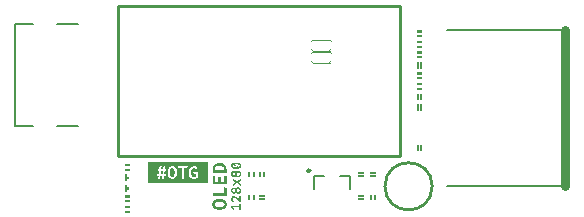
<source format=gto>
G04*
G04 #@! TF.GenerationSoftware,Altium Limited,Altium Designer,22.2.1 (43)*
G04*
G04 Layer_Color=65535*
%FSLAX25Y25*%
%MOIN*%
G70*
G04*
G04 #@! TF.SameCoordinates,5BB0EFD5-3206-4E1C-A6FC-55E40B3CF44B*
G04*
G04*
G04 #@! TF.FilePolarity,Positive*
G04*
G01*
G75*
%ADD10C,0.01000*%
%ADD11C,0.00984*%
%ADD12C,0.00400*%
%ADD13C,0.00100*%
%ADD14C,0.03000*%
%ADD15C,0.00787*%
%ADD16C,0.00800*%
G36*
X126150Y25600D02*
X124850D01*
Y25950D01*
X126150D01*
Y25600D01*
D02*
G37*
G36*
Y24050D02*
X124850D01*
X124850Y24400D01*
X126150D01*
X126150Y24050D01*
D02*
G37*
G36*
Y22100D02*
X124850D01*
Y22450D01*
X126150D01*
Y22100D01*
D02*
G37*
G36*
Y20550D02*
X124850D01*
X124850Y20900D01*
X126150D01*
X126150Y20550D01*
D02*
G37*
G36*
Y18600D02*
X124850D01*
Y18950D01*
X126150D01*
Y18600D01*
D02*
G37*
G36*
Y17050D02*
X124850D01*
X124850Y17400D01*
X126150D01*
X126150Y17050D01*
D02*
G37*
G36*
Y13600D02*
X125800D01*
Y15400D01*
X126150D01*
Y13600D01*
D02*
G37*
G36*
X125200D02*
X124850D01*
Y15400D01*
X125200D01*
Y13600D01*
D02*
G37*
G36*
X126150Y11600D02*
X124850D01*
Y11950D01*
X126150D01*
Y11600D01*
D02*
G37*
G36*
Y10050D02*
X124850D01*
X124850Y10400D01*
X126150D01*
X126150Y10050D01*
D02*
G37*
G36*
Y8100D02*
X124850D01*
Y8450D01*
X126150D01*
Y8100D01*
D02*
G37*
G36*
Y6550D02*
X124850D01*
X124850Y6900D01*
X126150D01*
X126150Y6550D01*
D02*
G37*
G36*
Y3100D02*
X125800D01*
Y4900D01*
X126150D01*
Y3100D01*
D02*
G37*
G36*
X125200D02*
X124850D01*
Y4900D01*
X125200D01*
Y3100D01*
D02*
G37*
G36*
X126150Y-400D02*
X125800D01*
Y1400D01*
X126150D01*
Y-400D01*
D02*
G37*
G36*
X125200D02*
X124850D01*
Y1400D01*
X125200D01*
Y-400D01*
D02*
G37*
G36*
X126150Y-13900D02*
X125800D01*
Y-12100D01*
X126150D01*
Y-13900D01*
D02*
G37*
G36*
X125200D02*
X124850D01*
Y-12100D01*
X125200D01*
Y-13900D01*
D02*
G37*
G36*
X28650Y-18900D02*
X27350D01*
Y-18550D01*
X28650D01*
Y-18900D01*
D02*
G37*
G36*
Y-20450D02*
X27350D01*
X27350Y-20100D01*
X28650D01*
X28650Y-20450D01*
D02*
G37*
G36*
X110900Y-21700D02*
X109100D01*
Y-21350D01*
X110900D01*
Y-21700D01*
D02*
G37*
G36*
X106900D02*
X105100D01*
Y-21350D01*
X106900D01*
Y-21700D01*
D02*
G37*
G36*
X110900Y-22650D02*
X109100D01*
Y-22300D01*
X110900D01*
Y-22650D01*
D02*
G37*
G36*
X106900D02*
X105100D01*
Y-22300D01*
X106900D01*
Y-22650D01*
D02*
G37*
G36*
X73950D02*
X73600D01*
Y-21350D01*
X73950D01*
Y-22650D01*
D02*
G37*
G36*
X72400Y-21350D02*
Y-22650D01*
X72050Y-22650D01*
Y-21350D01*
X72400Y-21350D01*
D02*
G37*
G36*
X70450Y-22650D02*
X70100D01*
Y-21350D01*
X70450D01*
Y-22650D01*
D02*
G37*
G36*
X68900Y-21350D02*
Y-22650D01*
X68550Y-22650D01*
Y-21350D01*
X68900Y-21350D01*
D02*
G37*
G36*
X27850Y-22750D02*
X28550D01*
Y-23250D01*
X27850D01*
Y-24050D01*
X27450D01*
Y-21950D01*
X27850D01*
Y-22750D01*
D02*
G37*
G36*
Y-26250D02*
X28550D01*
Y-26750D01*
X27850D01*
Y-27550D01*
X27450D01*
Y-25450D01*
X27850D01*
Y-26250D01*
D02*
G37*
G36*
X106900Y-29200D02*
X105100D01*
Y-28850D01*
X106900D01*
Y-29200D01*
D02*
G37*
G36*
X73900D02*
X72100D01*
Y-28850D01*
X73900D01*
Y-29200D01*
D02*
G37*
G36*
X28650Y-29400D02*
X27350D01*
Y-29050D01*
X28650D01*
Y-29400D01*
D02*
G37*
G36*
X110950Y-30150D02*
X110600Y-30150D01*
Y-28850D01*
X110950Y-28850D01*
Y-30150D01*
D02*
G37*
G36*
X109400D02*
X109050D01*
Y-28850D01*
X109400D01*
Y-30150D01*
D02*
G37*
G36*
X106900D02*
X105100D01*
Y-29800D01*
X106900D01*
Y-30150D01*
D02*
G37*
G36*
X73900D02*
X72100D01*
Y-29800D01*
X73900D01*
Y-30150D01*
D02*
G37*
G36*
X70450D02*
X70100Y-30150D01*
Y-28850D01*
X70450Y-28850D01*
Y-30150D01*
D02*
G37*
G36*
X68900D02*
X68550D01*
Y-28850D01*
X68900D01*
Y-30150D01*
D02*
G37*
G36*
X28650Y-30950D02*
X27350D01*
X27350Y-30600D01*
X28650D01*
X28650Y-30950D01*
D02*
G37*
G36*
X28650Y-32900D02*
X27350D01*
X27350Y-32550D01*
X28650D01*
X28650Y-32900D01*
D02*
G37*
G36*
X28650Y-34450D02*
X27350D01*
Y-34100D01*
X28650D01*
Y-34450D01*
D02*
G37*
G36*
X59100Y-18234D02*
X59189D01*
X59292Y-18248D01*
X59418Y-18256D01*
X59551Y-18278D01*
X59699Y-18300D01*
X59847Y-18337D01*
X60003Y-18374D01*
X60151Y-18426D01*
X60306Y-18485D01*
X60447Y-18559D01*
X60580Y-18641D01*
X60706Y-18737D01*
X60809Y-18848D01*
X60817Y-18855D01*
X60831Y-18878D01*
X60854Y-18907D01*
X60891Y-18959D01*
X60928Y-19018D01*
X60972Y-19092D01*
X61016Y-19173D01*
X61061Y-19270D01*
X61113Y-19381D01*
X61157Y-19492D01*
X61202Y-19625D01*
X61238Y-19758D01*
X61276Y-19906D01*
X61298Y-20062D01*
X61313Y-20224D01*
X61320Y-20394D01*
Y-21564D01*
X56687D01*
Y-20365D01*
X56695Y-20298D01*
X56702Y-20210D01*
X56717Y-20113D01*
X56732Y-20002D01*
X56747Y-19884D01*
X56806Y-19625D01*
X56850Y-19492D01*
X56895Y-19358D01*
X56954Y-19225D01*
X57020Y-19092D01*
X57095Y-18966D01*
X57183Y-18848D01*
X57191Y-18841D01*
X57205Y-18818D01*
X57235Y-18789D01*
X57279Y-18752D01*
X57339Y-18700D01*
X57405Y-18648D01*
X57494Y-18596D01*
X57590Y-18537D01*
X57701Y-18478D01*
X57835Y-18426D01*
X57982Y-18367D01*
X58145Y-18323D01*
X58323Y-18285D01*
X58523Y-18256D01*
X58737Y-18234D01*
X58974Y-18226D01*
X58989D01*
X59033D01*
X59100Y-18234D01*
D02*
G37*
G36*
X61320Y-25293D02*
X56687D01*
Y-22444D01*
X57390Y-22540D01*
Y-24398D01*
X58626D01*
Y-22770D01*
X59315D01*
Y-24398D01*
X60624D01*
Y-22407D01*
X61320D01*
Y-25293D01*
D02*
G37*
G36*
Y-26433D02*
Y-29252D01*
X56687D01*
Y-28364D01*
X60565D01*
Y-26337D01*
X61320Y-26433D01*
D02*
G37*
G36*
X59181Y-30237D02*
X59277Y-30244D01*
X59381Y-30251D01*
X59500Y-30266D01*
X59633Y-30288D01*
X59766Y-30310D01*
X59907Y-30340D01*
X60054Y-30377D01*
X60202Y-30422D01*
X60343Y-30473D01*
X60484Y-30540D01*
X60624Y-30606D01*
X60750Y-30688D01*
X60757Y-30695D01*
X60780Y-30710D01*
X60809Y-30732D01*
X60854Y-30769D01*
X60898Y-30821D01*
X60957Y-30880D01*
X61016Y-30947D01*
X61076Y-31028D01*
X61135Y-31117D01*
X61194Y-31213D01*
X61253Y-31324D01*
X61298Y-31443D01*
X61342Y-31569D01*
X61372Y-31709D01*
X61394Y-31857D01*
X61401Y-32013D01*
Y-32050D01*
X61394Y-32094D01*
Y-32153D01*
X61379Y-32227D01*
X61364Y-32309D01*
X61349Y-32397D01*
X61320Y-32501D01*
X61283Y-32605D01*
X61246Y-32708D01*
X61194Y-32819D01*
X61128Y-32930D01*
X61054Y-33041D01*
X60972Y-33145D01*
X60869Y-33241D01*
X60757Y-33330D01*
X60750Y-33337D01*
X60728Y-33352D01*
X60691Y-33374D01*
X60639Y-33404D01*
X60572Y-33433D01*
X60498Y-33478D01*
X60402Y-33515D01*
X60299Y-33559D01*
X60180Y-33604D01*
X60047Y-33641D01*
X59907Y-33685D01*
X59751Y-33715D01*
X59581Y-33744D01*
X59403Y-33766D01*
X59211Y-33781D01*
X59011Y-33788D01*
X58996D01*
X58959D01*
X58908D01*
X58833Y-33781D01*
X58737Y-33774D01*
X58634Y-33766D01*
X58515Y-33751D01*
X58382Y-33729D01*
X58249Y-33707D01*
X58108Y-33678D01*
X57960Y-33641D01*
X57812Y-33596D01*
X57672Y-33544D01*
X57531Y-33485D01*
X57390Y-33419D01*
X57265Y-33337D01*
X57257Y-33330D01*
X57235Y-33315D01*
X57205Y-33285D01*
X57161Y-33248D01*
X57109Y-33204D01*
X57050Y-33145D01*
X56991Y-33078D01*
X56932Y-32997D01*
X56872Y-32908D01*
X56806Y-32812D01*
X56754Y-32701D01*
X56702Y-32582D01*
X56658Y-32456D01*
X56628Y-32316D01*
X56606Y-32168D01*
X56599Y-32013D01*
Y-31975D01*
X56606Y-31931D01*
Y-31872D01*
X56621Y-31798D01*
X56636Y-31716D01*
X56651Y-31620D01*
X56680Y-31524D01*
X56717Y-31420D01*
X56754Y-31310D01*
X56813Y-31198D01*
X56872Y-31087D01*
X56946Y-30984D01*
X57035Y-30873D01*
X57131Y-30777D01*
X57250Y-30688D01*
X57257Y-30681D01*
X57279Y-30666D01*
X57316Y-30643D01*
X57368Y-30614D01*
X57435Y-30584D01*
X57516Y-30540D01*
X57605Y-30503D01*
X57716Y-30459D01*
X57835Y-30414D01*
X57968Y-30377D01*
X58108Y-30333D01*
X58264Y-30303D01*
X58434Y-30274D01*
X58612Y-30251D01*
X58804Y-30237D01*
X59004Y-30229D01*
X59018D01*
X59048D01*
X59107D01*
X59181Y-30237D01*
D02*
G37*
G36*
X64630Y-18060D02*
X64696Y-18065D01*
X64767Y-18070D01*
X64854Y-18080D01*
X64945Y-18090D01*
X65144Y-18121D01*
X65347Y-18172D01*
X65444Y-18202D01*
X65541Y-18243D01*
X65632Y-18283D01*
X65719Y-18335D01*
X65724Y-18339D01*
X65739Y-18350D01*
X65760Y-18365D01*
X65785Y-18385D01*
X65821Y-18416D01*
X65856Y-18451D01*
X65897Y-18492D01*
X65933Y-18543D01*
X65974Y-18599D01*
X66014Y-18660D01*
X66050Y-18726D01*
X66085Y-18803D01*
X66111Y-18879D01*
X66131Y-18966D01*
X66147Y-19062D01*
X66152Y-19159D01*
Y-19184D01*
X66147Y-19210D01*
Y-19246D01*
X66136Y-19291D01*
X66126Y-19342D01*
X66116Y-19403D01*
X66096Y-19464D01*
X66075Y-19531D01*
X66045Y-19597D01*
X66009Y-19663D01*
X65968Y-19734D01*
X65918Y-19800D01*
X65862Y-19861D01*
X65795Y-19922D01*
X65719Y-19978D01*
X65714Y-19984D01*
X65699Y-19989D01*
X65673Y-20004D01*
X65638Y-20024D01*
X65597Y-20045D01*
X65541Y-20065D01*
X65475Y-20090D01*
X65403Y-20116D01*
X65322Y-20146D01*
X65230Y-20172D01*
X65129Y-20192D01*
X65022Y-20213D01*
X64905Y-20233D01*
X64777Y-20248D01*
X64640Y-20253D01*
X64497Y-20258D01*
X64487D01*
X64462D01*
X64421D01*
X64365Y-20253D01*
X64299Y-20248D01*
X64223Y-20243D01*
X64141Y-20233D01*
X64050Y-20223D01*
X63856Y-20192D01*
X63652Y-20141D01*
X63551Y-20106D01*
X63454Y-20070D01*
X63362Y-20029D01*
X63281Y-19978D01*
X63276Y-19973D01*
X63261Y-19963D01*
X63240Y-19948D01*
X63215Y-19928D01*
X63179Y-19897D01*
X63143Y-19861D01*
X63103Y-19821D01*
X63062Y-19770D01*
X63026Y-19714D01*
X62986Y-19653D01*
X62950Y-19587D01*
X62914Y-19515D01*
X62889Y-19434D01*
X62869Y-19347D01*
X62853Y-19256D01*
X62848Y-19159D01*
Y-19134D01*
X62853Y-19108D01*
Y-19067D01*
X62863Y-19022D01*
X62869Y-18971D01*
X62884Y-18915D01*
X62904Y-18854D01*
X62925Y-18788D01*
X62955Y-18716D01*
X62991Y-18650D01*
X63032Y-18579D01*
X63082Y-18513D01*
X63138Y-18451D01*
X63205Y-18390D01*
X63281Y-18335D01*
X63286Y-18329D01*
X63301Y-18324D01*
X63327Y-18309D01*
X63362Y-18289D01*
X63403Y-18268D01*
X63459Y-18248D01*
X63520Y-18223D01*
X63591Y-18192D01*
X63673Y-18167D01*
X63765Y-18141D01*
X63866Y-18121D01*
X63973Y-18100D01*
X64090Y-18080D01*
X64218Y-18065D01*
X64355Y-18060D01*
X64497Y-18055D01*
X64508D01*
X64533D01*
X64574D01*
X64630Y-18060D01*
D02*
G37*
G36*
X65312Y-20778D02*
X65373Y-20788D01*
X65449Y-20808D01*
X65531Y-20834D01*
X65617Y-20869D01*
X65699Y-20915D01*
X65709Y-20920D01*
X65734Y-20941D01*
X65775Y-20971D01*
X65821Y-21017D01*
X65877Y-21073D01*
X65933Y-21139D01*
X65984Y-21220D01*
X66035Y-21312D01*
Y-21317D01*
X66040Y-21322D01*
X66045Y-21338D01*
X66055Y-21358D01*
X66070Y-21414D01*
X66091Y-21485D01*
X66116Y-21572D01*
X66131Y-21679D01*
X66147Y-21791D01*
X66152Y-21918D01*
Y-21979D01*
X66147Y-22009D01*
Y-22045D01*
X66136Y-22127D01*
X66121Y-22223D01*
X66101Y-22325D01*
X66075Y-22427D01*
X66035Y-22529D01*
Y-22534D01*
X66030Y-22539D01*
X66014Y-22569D01*
X65984Y-22615D01*
X65948Y-22671D01*
X65902Y-22732D01*
X65841Y-22798D01*
X65780Y-22860D01*
X65704Y-22916D01*
X65694Y-22920D01*
X65668Y-22936D01*
X65622Y-22956D01*
X65566Y-22982D01*
X65495Y-23007D01*
X65414Y-23027D01*
X65327Y-23043D01*
X65230Y-23048D01*
X65225D01*
X65205D01*
X65180Y-23043D01*
X65139Y-23038D01*
X65093Y-23027D01*
X65042Y-23017D01*
X64986Y-22997D01*
X64920Y-22971D01*
X64859Y-22941D01*
X64793Y-22900D01*
X64727Y-22854D01*
X64660Y-22793D01*
X64594Y-22727D01*
X64533Y-22646D01*
X64482Y-22554D01*
X64431Y-22447D01*
Y-22452D01*
X64426Y-22457D01*
X64411Y-22488D01*
X64390Y-22529D01*
X64360Y-22580D01*
X64324Y-22641D01*
X64279Y-22697D01*
X64223Y-22753D01*
X64161Y-22804D01*
X64151Y-22809D01*
X64131Y-22824D01*
X64090Y-22839D01*
X64039Y-22860D01*
X63978Y-22885D01*
X63897Y-22900D01*
X63810Y-22916D01*
X63714Y-22920D01*
X63709D01*
X63703D01*
X63688D01*
X63668D01*
X63617Y-22910D01*
X63551Y-22900D01*
X63479Y-22885D01*
X63398Y-22860D01*
X63322Y-22824D01*
X63245Y-22778D01*
X63235Y-22773D01*
X63215Y-22753D01*
X63179Y-22722D01*
X63133Y-22676D01*
X63087Y-22625D01*
X63037Y-22559D01*
X62991Y-22483D01*
X62950Y-22401D01*
Y-22396D01*
X62945Y-22391D01*
X62935Y-22361D01*
X62919Y-22315D01*
X62899Y-22254D01*
X62879Y-22177D01*
X62863Y-22096D01*
X62853Y-22004D01*
X62848Y-21913D01*
Y-21867D01*
X62853Y-21816D01*
X62858Y-21745D01*
X62874Y-21668D01*
X62889Y-21582D01*
X62914Y-21495D01*
X62945Y-21409D01*
Y-21404D01*
X62950Y-21399D01*
X62965Y-21373D01*
X62986Y-21327D01*
X63016Y-21276D01*
X63057Y-21220D01*
X63108Y-21159D01*
X63169Y-21098D01*
X63235Y-21042D01*
X63245Y-21037D01*
X63271Y-21022D01*
X63306Y-20997D01*
X63362Y-20971D01*
X63428Y-20946D01*
X63505Y-20920D01*
X63591Y-20905D01*
X63688Y-20900D01*
X63698D01*
X63729D01*
X63770Y-20905D01*
X63826Y-20915D01*
X63892Y-20930D01*
X63958Y-20956D01*
X64029Y-20986D01*
X64095Y-21032D01*
X64100Y-21037D01*
X64126Y-21058D01*
X64156Y-21088D01*
X64197Y-21129D01*
X64243Y-21180D01*
X64289Y-21246D01*
X64335Y-21322D01*
X64380Y-21409D01*
Y-21404D01*
X64385Y-21394D01*
X64390Y-21378D01*
X64401Y-21358D01*
X64426Y-21307D01*
X64462Y-21241D01*
X64508Y-21165D01*
X64564Y-21088D01*
X64635Y-21012D01*
X64711Y-20946D01*
X64721Y-20941D01*
X64752Y-20920D01*
X64798Y-20890D01*
X64854Y-20859D01*
X64930Y-20829D01*
X65017Y-20798D01*
X65113Y-20778D01*
X65215Y-20773D01*
X65220D01*
X65225D01*
X65241D01*
X65261D01*
X65312Y-20778D01*
D02*
G37*
G36*
X66096Y-24122D02*
X65129Y-24682D01*
X66096Y-25236D01*
Y-25868D01*
X64803Y-25012D01*
X63637Y-25771D01*
Y-25119D01*
X64472Y-24661D01*
X63637Y-24203D01*
Y-23577D01*
X64783Y-24315D01*
X66096Y-23465D01*
Y-24122D01*
D02*
G37*
G36*
X65312Y-26285D02*
X65373Y-26295D01*
X65449Y-26316D01*
X65531Y-26341D01*
X65617Y-26377D01*
X65699Y-26423D01*
X65709Y-26428D01*
X65734Y-26448D01*
X65775Y-26478D01*
X65821Y-26524D01*
X65877Y-26580D01*
X65933Y-26646D01*
X65984Y-26728D01*
X66035Y-26820D01*
Y-26825D01*
X66040Y-26830D01*
X66045Y-26845D01*
X66055Y-26865D01*
X66070Y-26921D01*
X66091Y-26992D01*
X66116Y-27079D01*
X66131Y-27186D01*
X66147Y-27298D01*
X66152Y-27425D01*
Y-27486D01*
X66147Y-27517D01*
Y-27552D01*
X66136Y-27634D01*
X66121Y-27731D01*
X66101Y-27832D01*
X66075Y-27934D01*
X66035Y-28036D01*
Y-28041D01*
X66030Y-28046D01*
X66014Y-28077D01*
X65984Y-28122D01*
X65948Y-28179D01*
X65902Y-28240D01*
X65841Y-28306D01*
X65780Y-28367D01*
X65704Y-28423D01*
X65694Y-28428D01*
X65668Y-28443D01*
X65622Y-28464D01*
X65566Y-28489D01*
X65495Y-28514D01*
X65414Y-28535D01*
X65327Y-28550D01*
X65230Y-28555D01*
X65225D01*
X65205D01*
X65180Y-28550D01*
X65139Y-28545D01*
X65093Y-28535D01*
X65042Y-28525D01*
X64986Y-28504D01*
X64920Y-28479D01*
X64859Y-28448D01*
X64793Y-28408D01*
X64727Y-28362D01*
X64660Y-28301D01*
X64594Y-28234D01*
X64533Y-28153D01*
X64482Y-28061D01*
X64431Y-27955D01*
Y-27960D01*
X64426Y-27965D01*
X64411Y-27995D01*
X64390Y-28036D01*
X64360Y-28087D01*
X64324Y-28148D01*
X64279Y-28204D01*
X64223Y-28260D01*
X64161Y-28311D01*
X64151Y-28316D01*
X64131Y-28331D01*
X64090Y-28346D01*
X64039Y-28367D01*
X63978Y-28392D01*
X63897Y-28408D01*
X63810Y-28423D01*
X63714Y-28428D01*
X63709D01*
X63703D01*
X63688D01*
X63668D01*
X63617Y-28418D01*
X63551Y-28408D01*
X63479Y-28392D01*
X63398Y-28367D01*
X63322Y-28331D01*
X63245Y-28285D01*
X63235Y-28280D01*
X63215Y-28260D01*
X63179Y-28229D01*
X63133Y-28184D01*
X63087Y-28133D01*
X63037Y-28067D01*
X62991Y-27990D01*
X62950Y-27909D01*
Y-27904D01*
X62945Y-27899D01*
X62935Y-27868D01*
X62919Y-27822D01*
X62899Y-27761D01*
X62879Y-27685D01*
X62863Y-27603D01*
X62853Y-27512D01*
X62848Y-27420D01*
Y-27374D01*
X62853Y-27323D01*
X62858Y-27252D01*
X62874Y-27176D01*
X62889Y-27089D01*
X62914Y-27003D01*
X62945Y-26916D01*
Y-26911D01*
X62950Y-26906D01*
X62965Y-26881D01*
X62986Y-26835D01*
X63016Y-26784D01*
X63057Y-26728D01*
X63108Y-26667D01*
X63169Y-26606D01*
X63235Y-26550D01*
X63245Y-26545D01*
X63271Y-26529D01*
X63306Y-26504D01*
X63362Y-26478D01*
X63428Y-26453D01*
X63505Y-26428D01*
X63591Y-26412D01*
X63688Y-26407D01*
X63698D01*
X63729D01*
X63770Y-26412D01*
X63826Y-26423D01*
X63892Y-26438D01*
X63958Y-26463D01*
X64029Y-26494D01*
X64095Y-26539D01*
X64100Y-26545D01*
X64126Y-26565D01*
X64156Y-26596D01*
X64197Y-26636D01*
X64243Y-26687D01*
X64289Y-26753D01*
X64335Y-26830D01*
X64380Y-26916D01*
Y-26911D01*
X64385Y-26901D01*
X64390Y-26886D01*
X64401Y-26865D01*
X64426Y-26814D01*
X64462Y-26748D01*
X64508Y-26672D01*
X64564Y-26596D01*
X64635Y-26519D01*
X64711Y-26453D01*
X64721Y-26448D01*
X64752Y-26428D01*
X64798Y-26397D01*
X64854Y-26366D01*
X64930Y-26336D01*
X65017Y-26305D01*
X65113Y-26285D01*
X65215Y-26280D01*
X65220D01*
X65225D01*
X65241D01*
X65261D01*
X65312Y-26285D01*
D02*
G37*
G36*
X66096Y-29258D02*
Y-31268D01*
X65653D01*
X65648Y-31263D01*
X65627Y-31243D01*
X65597Y-31212D01*
X65556Y-31171D01*
X65510Y-31120D01*
X65454Y-31065D01*
X65393Y-31003D01*
X65327Y-30932D01*
X65185Y-30790D01*
X65037Y-30647D01*
X64894Y-30505D01*
X64828Y-30444D01*
X64767Y-30388D01*
X64762Y-30382D01*
X64752Y-30377D01*
X64737Y-30362D01*
X64716Y-30342D01*
X64655Y-30291D01*
X64584Y-30230D01*
X64497Y-30164D01*
X64411Y-30097D01*
X64319Y-30041D01*
X64238Y-29991D01*
X64233D01*
X64228Y-29985D01*
X64202Y-29970D01*
X64156Y-29955D01*
X64100Y-29930D01*
X64034Y-29909D01*
X63958Y-29894D01*
X63876Y-29879D01*
X63795Y-29873D01*
X63785D01*
X63759D01*
X63719Y-29879D01*
X63673Y-29889D01*
X63617Y-29904D01*
X63561Y-29924D01*
X63510Y-29955D01*
X63459Y-29996D01*
X63454Y-30001D01*
X63439Y-30016D01*
X63418Y-30046D01*
X63398Y-30082D01*
X63378Y-30133D01*
X63357Y-30189D01*
X63342Y-30255D01*
X63337Y-30332D01*
Y-30362D01*
X63342Y-30398D01*
X63347Y-30444D01*
X63352Y-30494D01*
X63367Y-30551D01*
X63383Y-30606D01*
X63408Y-30657D01*
X63413Y-30662D01*
X63424Y-30683D01*
X63439Y-30708D01*
X63464Y-30744D01*
X63500Y-30790D01*
X63546Y-30841D01*
X63596Y-30897D01*
X63663Y-30958D01*
X63373Y-31334D01*
X63367D01*
X63362Y-31324D01*
X63347Y-31314D01*
X63327Y-31299D01*
X63281Y-31258D01*
X63220Y-31202D01*
X63154Y-31136D01*
X63087Y-31059D01*
X63026Y-30978D01*
X62976Y-30886D01*
Y-30881D01*
X62970Y-30876D01*
X62965Y-30861D01*
X62955Y-30841D01*
X62935Y-30790D01*
X62909Y-30718D01*
X62889Y-30632D01*
X62869Y-30530D01*
X62853Y-30418D01*
X62848Y-30296D01*
Y-30245D01*
X62853Y-30184D01*
X62863Y-30108D01*
X62879Y-30021D01*
X62899Y-29930D01*
X62930Y-29838D01*
X62970Y-29746D01*
Y-29741D01*
X62976Y-29736D01*
X62991Y-29706D01*
X63021Y-29665D01*
X63057Y-29614D01*
X63103Y-29558D01*
X63164Y-29497D01*
X63225Y-29441D01*
X63301Y-29390D01*
X63311Y-29385D01*
X63337Y-29370D01*
X63383Y-29349D01*
X63439Y-29329D01*
X63505Y-29309D01*
X63586Y-29288D01*
X63673Y-29273D01*
X63765Y-29268D01*
X63770D01*
X63775D01*
X63790D01*
X63815D01*
X63866Y-29273D01*
X63937Y-29283D01*
X64024Y-29298D01*
X64116Y-29324D01*
X64212Y-29354D01*
X64314Y-29400D01*
X64319D01*
X64324Y-29405D01*
X64340Y-29415D01*
X64360Y-29426D01*
X64416Y-29456D01*
X64487Y-29497D01*
X64574Y-29558D01*
X64670Y-29629D01*
X64783Y-29711D01*
X64899Y-29812D01*
X64905Y-29818D01*
X64915Y-29828D01*
X64930Y-29843D01*
X64956Y-29863D01*
X64986Y-29894D01*
X65022Y-29930D01*
X65062Y-29970D01*
X65108Y-30016D01*
X65154Y-30072D01*
X65210Y-30128D01*
X65271Y-30194D01*
X65332Y-30265D01*
X65398Y-30342D01*
X65465Y-30423D01*
X65536Y-30510D01*
X65607Y-30601D01*
Y-29197D01*
X66096Y-29258D01*
D02*
G37*
G36*
Y-33813D02*
X65617D01*
Y-33055D01*
X63515D01*
X63932Y-33711D01*
X63525Y-33956D01*
X62909Y-32973D01*
Y-32464D01*
X65617D01*
Y-31848D01*
X66096D01*
Y-33813D01*
D02*
G37*
G36*
X55000Y-25000D02*
X35000D01*
Y-17795D01*
X55000D01*
Y-25000D01*
D02*
G37*
%LPC*%
G36*
X59122Y-19159D02*
X58974D01*
X58967D01*
X58930D01*
X58885D01*
X58826Y-19166D01*
X58745D01*
X58663Y-19173D01*
X58567Y-19188D01*
X58471Y-19196D01*
X58256Y-19233D01*
X58056Y-19292D01*
X57960Y-19329D01*
X57872Y-19373D01*
X57790Y-19418D01*
X57723Y-19477D01*
X57716D01*
X57709Y-19492D01*
X57672Y-19536D01*
X57620Y-19603D01*
X57561Y-19699D01*
X57502Y-19825D01*
X57450Y-19965D01*
X57413Y-20135D01*
X57398Y-20224D01*
Y-20668D01*
X60624D01*
Y-20261D01*
X60610Y-20210D01*
X60595Y-20135D01*
X60572Y-20047D01*
X60536Y-19951D01*
X60484Y-19847D01*
X60417Y-19736D01*
X60328Y-19625D01*
X60225Y-19521D01*
X60092Y-19425D01*
X59929Y-19336D01*
X59840Y-19299D01*
X59736Y-19262D01*
X59633Y-19233D01*
X59522Y-19210D01*
X59396Y-19188D01*
X59263Y-19173D01*
X59122Y-19159D01*
D02*
G37*
G36*
X59159Y-31139D02*
X59004D01*
X58996D01*
X58967D01*
X58922D01*
X58863D01*
X58789Y-31147D01*
X58708D01*
X58612Y-31154D01*
X58515Y-31169D01*
X58308Y-31191D01*
X58094Y-31228D01*
X57894Y-31280D01*
X57805Y-31317D01*
X57723Y-31354D01*
X57716D01*
X57709Y-31361D01*
X57657Y-31391D01*
X57598Y-31443D01*
X57516Y-31517D01*
X57442Y-31605D01*
X57383Y-31716D01*
X57331Y-31857D01*
X57324Y-31931D01*
X57316Y-32013D01*
Y-32057D01*
X57324Y-32087D01*
X57339Y-32160D01*
X57368Y-32264D01*
X57413Y-32368D01*
X57487Y-32479D01*
X57531Y-32531D01*
X57590Y-32582D01*
X57649Y-32627D01*
X57723Y-32671D01*
X57731D01*
X57746Y-32678D01*
X57768Y-32693D01*
X57797Y-32701D01*
X57842Y-32715D01*
X57901Y-32738D01*
X57960Y-32752D01*
X58034Y-32775D01*
X58123Y-32797D01*
X58219Y-32812D01*
X58323Y-32827D01*
X58441Y-32849D01*
X58567Y-32856D01*
X58700Y-32871D01*
X58848Y-32878D01*
X59011D01*
X59018D01*
X59048D01*
X59092D01*
X59152D01*
X59226Y-32871D01*
X59307Y-32864D01*
X59396D01*
X59492Y-32849D01*
X59707Y-32827D01*
X59914Y-32789D01*
X60114Y-32738D01*
X60210Y-32701D01*
X60291Y-32664D01*
X60299D01*
X60306Y-32656D01*
X60358Y-32627D01*
X60417Y-32575D01*
X60491Y-32501D01*
X60572Y-32412D01*
X60632Y-32301D01*
X60684Y-32168D01*
X60691Y-32094D01*
X60698Y-32013D01*
Y-31968D01*
X60691Y-31938D01*
X60676Y-31857D01*
X60646Y-31761D01*
X60602Y-31650D01*
X60528Y-31546D01*
X60476Y-31495D01*
X60425Y-31443D01*
X60365Y-31398D01*
X60291Y-31354D01*
X60284D01*
X60269Y-31346D01*
X60247Y-31332D01*
X60210Y-31317D01*
X60166Y-31302D01*
X60114Y-31287D01*
X60047Y-31265D01*
X59973Y-31243D01*
X59892Y-31228D01*
X59795Y-31206D01*
X59692Y-31191D01*
X59574Y-31169D01*
X59448Y-31161D01*
X59307Y-31147D01*
X59159Y-31139D01*
D02*
G37*
G36*
X64614Y-18650D02*
X64497D01*
X64492D01*
X64477D01*
X64457D01*
X64426D01*
X64390D01*
X64355D01*
X64258D01*
X64156Y-18655D01*
X64055Y-18660D01*
X63953Y-18665D01*
X63866Y-18670D01*
X65576Y-19464D01*
X65582Y-19459D01*
X65592Y-19444D01*
X65612Y-19424D01*
X65632Y-19388D01*
X65653Y-19347D01*
X65673Y-19297D01*
X65683Y-19230D01*
X65689Y-19159D01*
Y-19149D01*
X65683Y-19118D01*
X65673Y-19072D01*
X65653Y-19016D01*
X65622Y-18955D01*
X65571Y-18894D01*
X65541Y-18864D01*
X65505Y-18833D01*
X65460Y-18808D01*
X65414Y-18782D01*
X65409D01*
X65398Y-18777D01*
X65383Y-18772D01*
X65363Y-18762D01*
X65332Y-18752D01*
X65292Y-18742D01*
X65246Y-18726D01*
X65195Y-18716D01*
X65139Y-18706D01*
X65067Y-18691D01*
X64996Y-18681D01*
X64910Y-18670D01*
X64818Y-18660D01*
X64721Y-18655D01*
X64614Y-18650D01*
D02*
G37*
G36*
X63459Y-18823D02*
X63454Y-18828D01*
X63439Y-18844D01*
X63413Y-18869D01*
X63388Y-18904D01*
X63367Y-18950D01*
X63342Y-19006D01*
X63327Y-19078D01*
X63322Y-19159D01*
Y-19169D01*
X63327Y-19200D01*
X63337Y-19246D01*
X63357Y-19297D01*
X63388Y-19357D01*
X63439Y-19419D01*
X63469Y-19449D01*
X63505Y-19480D01*
X63546Y-19510D01*
X63596Y-19536D01*
X63602D01*
X63607Y-19541D01*
X63627Y-19546D01*
X63647Y-19556D01*
X63678Y-19566D01*
X63714Y-19576D01*
X63759Y-19592D01*
X63810Y-19602D01*
X63866Y-19612D01*
X63932Y-19627D01*
X64009Y-19637D01*
X64090Y-19648D01*
X64182Y-19658D01*
X64279Y-19663D01*
X64385Y-19668D01*
X64497D01*
X64503D01*
X64518D01*
X64543D01*
X64574D01*
X64614D01*
X64660D01*
X64762Y-19663D01*
X64879D01*
X64996Y-19653D01*
X65103Y-19648D01*
X65154Y-19643D01*
X65200Y-19637D01*
X63459Y-18823D01*
D02*
G37*
G36*
X63714Y-21475D02*
X63703D01*
X63683D01*
X63647Y-21480D01*
X63607Y-21490D01*
X63556Y-21500D01*
X63505Y-21521D01*
X63459Y-21551D01*
X63413Y-21587D01*
X63408Y-21592D01*
X63398Y-21607D01*
X63378Y-21633D01*
X63357Y-21668D01*
X63337Y-21714D01*
X63317Y-21770D01*
X63306Y-21836D01*
X63301Y-21913D01*
Y-21948D01*
X63306Y-21984D01*
X63317Y-22030D01*
X63327Y-22081D01*
X63347Y-22137D01*
X63378Y-22188D01*
X63413Y-22233D01*
X63418Y-22239D01*
X63434Y-22249D01*
X63459Y-22269D01*
X63490Y-22289D01*
X63535Y-22310D01*
X63586Y-22330D01*
X63647Y-22340D01*
X63719Y-22345D01*
X63724D01*
X63739D01*
X63765Y-22340D01*
X63800Y-22335D01*
X63871Y-22320D01*
X63907Y-22305D01*
X63943Y-22284D01*
X63948Y-22279D01*
X63958Y-22274D01*
X63973Y-22259D01*
X63994Y-22239D01*
X64014Y-22213D01*
X64039Y-22188D01*
X64085Y-22111D01*
Y-22106D01*
X64095Y-22091D01*
X64105Y-22065D01*
X64121Y-22030D01*
X64141Y-21984D01*
X64161Y-21933D01*
X64182Y-21872D01*
X64207Y-21806D01*
X64202Y-21796D01*
X64187Y-21775D01*
X64167Y-21745D01*
X64141Y-21709D01*
X64111Y-21668D01*
X64075Y-21628D01*
X64034Y-21587D01*
X63994Y-21556D01*
X63988Y-21551D01*
X63973Y-21541D01*
X63948Y-21531D01*
X63912Y-21516D01*
X63871Y-21500D01*
X63826Y-21485D01*
X63775Y-21480D01*
X63714Y-21475D01*
D02*
G37*
G36*
X65220Y-21383D02*
X65215D01*
X65195D01*
X65164Y-21388D01*
X65123Y-21394D01*
X65083Y-21404D01*
X65042Y-21414D01*
X64996Y-21434D01*
X64956Y-21460D01*
X64951Y-21465D01*
X64935Y-21475D01*
X64920Y-21490D01*
X64894Y-21516D01*
X64864Y-21546D01*
X64838Y-21582D01*
X64808Y-21628D01*
X64783Y-21679D01*
X64777Y-21684D01*
X64767Y-21704D01*
X64757Y-21735D01*
X64737Y-21780D01*
X64711Y-21836D01*
X64681Y-21903D01*
X64650Y-21984D01*
X64614Y-22076D01*
Y-22081D01*
X64625Y-22091D01*
X64635Y-22111D01*
X64650Y-22132D01*
X64696Y-22193D01*
X64762Y-22259D01*
X64844Y-22325D01*
X64945Y-22386D01*
X65006Y-22407D01*
X65067Y-22427D01*
X65139Y-22437D01*
X65210Y-22442D01*
X65220D01*
X65246D01*
X65292Y-22437D01*
X65342Y-22427D01*
X65398Y-22411D01*
X65454Y-22386D01*
X65515Y-22355D01*
X65566Y-22310D01*
X65571Y-22305D01*
X65587Y-22284D01*
X65607Y-22254D01*
X65627Y-22208D01*
X65648Y-22152D01*
X65668Y-22086D01*
X65683Y-22004D01*
X65689Y-21913D01*
Y-21872D01*
X65683Y-21826D01*
X65673Y-21770D01*
X65658Y-21704D01*
X65632Y-21638D01*
X65602Y-21577D01*
X65561Y-21521D01*
X65556Y-21516D01*
X65536Y-21500D01*
X65510Y-21475D01*
X65470Y-21450D01*
X65419Y-21429D01*
X65363Y-21404D01*
X65297Y-21388D01*
X65220Y-21383D01*
D02*
G37*
G36*
X63714Y-26982D02*
X63703D01*
X63683D01*
X63647Y-26987D01*
X63607Y-26998D01*
X63556Y-27008D01*
X63505Y-27028D01*
X63459Y-27059D01*
X63413Y-27094D01*
X63408Y-27099D01*
X63398Y-27115D01*
X63378Y-27140D01*
X63357Y-27176D01*
X63337Y-27222D01*
X63317Y-27278D01*
X63306Y-27344D01*
X63301Y-27420D01*
Y-27456D01*
X63306Y-27491D01*
X63317Y-27537D01*
X63327Y-27588D01*
X63347Y-27644D01*
X63378Y-27695D01*
X63413Y-27741D01*
X63418Y-27746D01*
X63434Y-27756D01*
X63459Y-27776D01*
X63490Y-27797D01*
X63535Y-27817D01*
X63586Y-27837D01*
X63647Y-27848D01*
X63719Y-27853D01*
X63724D01*
X63739D01*
X63765Y-27848D01*
X63800Y-27843D01*
X63871Y-27827D01*
X63907Y-27812D01*
X63943Y-27792D01*
X63948Y-27787D01*
X63958Y-27782D01*
X63973Y-27766D01*
X63994Y-27746D01*
X64014Y-27720D01*
X64039Y-27695D01*
X64085Y-27619D01*
Y-27613D01*
X64095Y-27598D01*
X64105Y-27573D01*
X64121Y-27537D01*
X64141Y-27491D01*
X64161Y-27441D01*
X64182Y-27379D01*
X64207Y-27313D01*
X64202Y-27303D01*
X64187Y-27283D01*
X64167Y-27252D01*
X64141Y-27217D01*
X64111Y-27176D01*
X64075Y-27135D01*
X64034Y-27094D01*
X63994Y-27064D01*
X63988Y-27059D01*
X63973Y-27049D01*
X63948Y-27038D01*
X63912Y-27023D01*
X63871Y-27008D01*
X63826Y-26992D01*
X63775Y-26987D01*
X63714Y-26982D01*
D02*
G37*
G36*
X65220Y-26891D02*
X65215D01*
X65195D01*
X65164Y-26896D01*
X65123Y-26901D01*
X65083Y-26911D01*
X65042Y-26921D01*
X64996Y-26942D01*
X64956Y-26967D01*
X64951Y-26972D01*
X64935Y-26982D01*
X64920Y-26998D01*
X64894Y-27023D01*
X64864Y-27054D01*
X64838Y-27089D01*
X64808Y-27135D01*
X64783Y-27186D01*
X64777Y-27191D01*
X64767Y-27211D01*
X64757Y-27242D01*
X64737Y-27288D01*
X64711Y-27344D01*
X64681Y-27410D01*
X64650Y-27491D01*
X64614Y-27583D01*
Y-27588D01*
X64625Y-27598D01*
X64635Y-27619D01*
X64650Y-27639D01*
X64696Y-27700D01*
X64762Y-27766D01*
X64844Y-27832D01*
X64945Y-27893D01*
X65006Y-27914D01*
X65067Y-27934D01*
X65139Y-27944D01*
X65210Y-27950D01*
X65220D01*
X65246D01*
X65292Y-27944D01*
X65342Y-27934D01*
X65398Y-27919D01*
X65454Y-27893D01*
X65515Y-27863D01*
X65566Y-27817D01*
X65571Y-27812D01*
X65587Y-27792D01*
X65607Y-27761D01*
X65627Y-27715D01*
X65648Y-27659D01*
X65668Y-27593D01*
X65683Y-27512D01*
X65689Y-27420D01*
Y-27379D01*
X65683Y-27334D01*
X65673Y-27278D01*
X65658Y-27211D01*
X65632Y-27145D01*
X65602Y-27084D01*
X65561Y-27028D01*
X65556Y-27023D01*
X65536Y-27008D01*
X65510Y-26982D01*
X65470Y-26957D01*
X65419Y-26937D01*
X65363Y-26911D01*
X65297Y-26896D01*
X65220Y-26891D01*
D02*
G37*
G36*
X50547Y-19295D02*
X50482D01*
X50301Y-19307D01*
X50132Y-19333D01*
X49983Y-19372D01*
X49847Y-19418D01*
X49789Y-19444D01*
X49737Y-19463D01*
X49692Y-19482D01*
X49653Y-19502D01*
X49620Y-19515D01*
X49601Y-19528D01*
X49588Y-19541D01*
X49581D01*
X49439Y-19638D01*
X49309Y-19755D01*
X49199Y-19871D01*
X49102Y-19988D01*
X49031Y-20091D01*
X49005Y-20137D01*
X48979Y-20176D01*
X48959Y-20208D01*
X48946Y-20234D01*
X48933Y-20247D01*
Y-20254D01*
X48856Y-20435D01*
X48797Y-20629D01*
X48758Y-20824D01*
X48733Y-20999D01*
X48719Y-21083D01*
X48713Y-21161D01*
X48707Y-21226D01*
Y-21284D01*
X48700Y-21329D01*
Y-21394D01*
X48707Y-21582D01*
X48719Y-21757D01*
X48739Y-21919D01*
X48771Y-22074D01*
X48804Y-22217D01*
X48836Y-22340D01*
X48875Y-22457D01*
X48920Y-22567D01*
X48959Y-22658D01*
X48998Y-22735D01*
X49031Y-22807D01*
X49069Y-22865D01*
X49095Y-22904D01*
X49115Y-22936D01*
X49128Y-22956D01*
X49134Y-22962D01*
X49218Y-23059D01*
X49316Y-23137D01*
X49413Y-23208D01*
X49510Y-23273D01*
X49614Y-23325D01*
X49717Y-23370D01*
X49821Y-23403D01*
X49918Y-23435D01*
X50009Y-23455D01*
X50093Y-23474D01*
X50171Y-23481D01*
X50236Y-23494D01*
X50288D01*
X50333Y-23500D01*
X50365D01*
X50515Y-23494D01*
X50651Y-23487D01*
X50774Y-23474D01*
X50877Y-23455D01*
X50968Y-23435D01*
X51033Y-23422D01*
X51059Y-23416D01*
X51078D01*
X51085Y-23409D01*
X51091D01*
X51214Y-23370D01*
X51331Y-23325D01*
X51441Y-23273D01*
X51545Y-23228D01*
X51629Y-23189D01*
X51694Y-23157D01*
X51720Y-23144D01*
X51739Y-23131D01*
X51746Y-23124D01*
X51752D01*
Y-21122D01*
X50249D01*
X50327Y-21737D01*
X50987D01*
Y-22742D01*
X50890Y-22787D01*
X50793Y-22826D01*
X50696Y-22852D01*
X50605Y-22865D01*
X50521Y-22878D01*
X50456Y-22884D01*
X50398D01*
X50320Y-22878D01*
X50242Y-22871D01*
X50106Y-22833D01*
X49990Y-22774D01*
X49899Y-22709D01*
X49821Y-22651D01*
X49769Y-22593D01*
X49743Y-22554D01*
X49730Y-22547D01*
Y-22541D01*
X49692Y-22470D01*
X49659Y-22392D01*
X49627Y-22308D01*
X49601Y-22217D01*
X49562Y-22029D01*
X49536Y-21841D01*
X49529Y-21750D01*
X49523Y-21666D01*
X49517Y-21588D01*
Y-21524D01*
X49510Y-21472D01*
Y-21426D01*
Y-21400D01*
Y-21394D01*
X49517Y-21251D01*
X49523Y-21122D01*
X49536Y-21005D01*
X49555Y-20895D01*
X49575Y-20791D01*
X49601Y-20701D01*
X49627Y-20616D01*
X49653Y-20545D01*
X49679Y-20480D01*
X49698Y-20422D01*
X49724Y-20377D01*
X49743Y-20338D01*
X49763Y-20312D01*
X49776Y-20292D01*
X49789Y-20279D01*
Y-20273D01*
X49841Y-20208D01*
X49899Y-20156D01*
X49957Y-20111D01*
X50015Y-20072D01*
X50139Y-20007D01*
X50249Y-19968D01*
X50353Y-19942D01*
X50391Y-19936D01*
X50430Y-19929D01*
X50463Y-19923D01*
X50579D01*
X50651Y-19936D01*
X50722Y-19949D01*
X50774Y-19962D01*
X50826Y-19975D01*
X50858Y-19988D01*
X50884Y-19994D01*
X50890Y-20001D01*
X50962Y-20033D01*
X51026Y-20072D01*
X51098Y-20111D01*
X51156Y-20150D01*
X51208Y-20189D01*
X51247Y-20221D01*
X51279Y-20241D01*
X51286Y-20247D01*
X51713Y-19806D01*
X51610Y-19709D01*
X51512Y-19625D01*
X51415Y-19560D01*
X51331Y-19502D01*
X51260Y-19463D01*
X51208Y-19431D01*
X51169Y-19418D01*
X51162Y-19411D01*
X51156D01*
X51046Y-19372D01*
X50936Y-19346D01*
X50819Y-19320D01*
X50715Y-19307D01*
X50625Y-19301D01*
X50547Y-19295D01*
D02*
G37*
G36*
X40969Y-19372D02*
X40321D01*
X40198Y-20273D01*
X39583D01*
X39706Y-19372D01*
X39058D01*
X38941Y-20273D01*
X38449D01*
Y-20843D01*
X38870D01*
X38708Y-21951D01*
X38235D01*
Y-22515D01*
X38650D01*
X38526Y-23429D01*
X39175D01*
X39298Y-22515D01*
X39913D01*
X39790Y-23429D01*
X40432D01*
X40555Y-22515D01*
X41047D01*
Y-21951D01*
X40626D01*
X40775Y-20843D01*
X41261D01*
Y-20273D01*
X40840D01*
X40969Y-19372D01*
D02*
G37*
G36*
X48350D02*
X45175D01*
Y-20020D01*
X46361D01*
Y-23429D01*
X47145D01*
Y-20020D01*
X48272D01*
X48350Y-19372D01*
D02*
G37*
G36*
X43283Y-19295D02*
X43250D01*
X43114Y-19301D01*
X42985Y-19320D01*
X42862Y-19346D01*
X42751Y-19385D01*
X42648Y-19431D01*
X42551Y-19476D01*
X42466Y-19534D01*
X42389Y-19586D01*
X42317Y-19638D01*
X42259Y-19690D01*
X42207Y-19742D01*
X42168Y-19787D01*
X42136Y-19826D01*
X42110Y-19852D01*
X42097Y-19871D01*
X42090Y-19878D01*
X42019Y-19988D01*
X41961Y-20111D01*
X41909Y-20234D01*
X41864Y-20357D01*
X41825Y-20487D01*
X41792Y-20616D01*
X41767Y-20740D01*
X41747Y-20856D01*
X41728Y-20973D01*
X41715Y-21077D01*
X41708Y-21167D01*
X41702Y-21251D01*
X41695Y-21316D01*
Y-21407D01*
X41702Y-21582D01*
X41715Y-21750D01*
X41734Y-21906D01*
X41760Y-22055D01*
X41786Y-22191D01*
X41825Y-22314D01*
X41857Y-22431D01*
X41896Y-22535D01*
X41935Y-22625D01*
X41967Y-22709D01*
X42006Y-22774D01*
X42032Y-22833D01*
X42058Y-22878D01*
X42077Y-22910D01*
X42090Y-22930D01*
X42097Y-22936D01*
X42175Y-23033D01*
X42259Y-23124D01*
X42350Y-23195D01*
X42447Y-23260D01*
X42544Y-23319D01*
X42641Y-23364D01*
X42732Y-23396D01*
X42823Y-23429D01*
X42913Y-23455D01*
X42991Y-23468D01*
X43062Y-23481D01*
X43127Y-23494D01*
X43179D01*
X43218Y-23500D01*
X43250D01*
X43387Y-23494D01*
X43516Y-23474D01*
X43639Y-23448D01*
X43749Y-23409D01*
X43853Y-23370D01*
X43950Y-23319D01*
X44034Y-23267D01*
X44112Y-23215D01*
X44183Y-23163D01*
X44242Y-23111D01*
X44294Y-23059D01*
X44339Y-23020D01*
X44371Y-22982D01*
X44391Y-22956D01*
X44404Y-22936D01*
X44410Y-22930D01*
X44482Y-22820D01*
X44540Y-22696D01*
X44598Y-22573D01*
X44644Y-22450D01*
X44682Y-22321D01*
X44715Y-22191D01*
X44741Y-22068D01*
X44760Y-21951D01*
X44780Y-21835D01*
X44793Y-21731D01*
X44799Y-21640D01*
X44806Y-21556D01*
X44812Y-21491D01*
Y-21400D01*
X44806Y-21226D01*
X44793Y-21057D01*
X44773Y-20901D01*
X44747Y-20752D01*
X44721Y-20616D01*
X44682Y-20493D01*
X44650Y-20377D01*
X44611Y-20273D01*
X44572Y-20176D01*
X44540Y-20098D01*
X44501Y-20027D01*
X44475Y-19968D01*
X44449Y-19923D01*
X44430Y-19891D01*
X44417Y-19871D01*
X44410Y-19865D01*
X44333Y-19761D01*
X44248Y-19677D01*
X44151Y-19599D01*
X44060Y-19534D01*
X43963Y-19482D01*
X43866Y-19431D01*
X43769Y-19398D01*
X43678Y-19366D01*
X43594Y-19340D01*
X43510Y-19327D01*
X43438Y-19314D01*
X43374Y-19301D01*
X43322D01*
X43283Y-19295D01*
D02*
G37*
%LPD*%
G36*
X39978Y-21951D02*
X39362D01*
X39511Y-20843D01*
X40134D01*
X39978Y-21951D01*
D02*
G37*
G36*
X43322Y-19929D02*
X43387Y-19936D01*
X43510Y-19981D01*
X43607Y-20033D01*
X43685Y-20098D01*
X43749Y-20169D01*
X43795Y-20221D01*
X43821Y-20267D01*
X43827Y-20273D01*
Y-20279D01*
X43859Y-20351D01*
X43892Y-20428D01*
X43937Y-20603D01*
X43970Y-20791D01*
X43989Y-20973D01*
X44002Y-21057D01*
X44009Y-21141D01*
Y-21213D01*
X44015Y-21277D01*
Y-21329D01*
Y-21368D01*
Y-21394D01*
Y-21400D01*
Y-21537D01*
X44009Y-21666D01*
X43996Y-21789D01*
X43989Y-21899D01*
X43970Y-22003D01*
X43957Y-22094D01*
X43937Y-22178D01*
X43924Y-22249D01*
X43905Y-22314D01*
X43885Y-22373D01*
X43872Y-22418D01*
X43859Y-22457D01*
X43847Y-22489D01*
X43834Y-22509D01*
X43827Y-22522D01*
Y-22528D01*
X43788Y-22593D01*
X43749Y-22645D01*
X43704Y-22690D01*
X43659Y-22735D01*
X43568Y-22800D01*
X43471Y-22839D01*
X43387Y-22865D01*
X43315Y-22878D01*
X43289Y-22884D01*
X43250D01*
X43179Y-22878D01*
X43114Y-22871D01*
X42998Y-22826D01*
X42900Y-22774D01*
X42823Y-22703D01*
X42758Y-22638D01*
X42713Y-22586D01*
X42687Y-22541D01*
X42680Y-22535D01*
Y-22528D01*
X42648Y-22457D01*
X42615Y-22373D01*
X42570Y-22197D01*
X42538Y-22016D01*
X42518Y-21828D01*
X42505Y-21744D01*
Y-21666D01*
X42499Y-21595D01*
X42492Y-21530D01*
Y-21478D01*
Y-21439D01*
Y-21413D01*
Y-21407D01*
Y-21264D01*
X42499Y-21135D01*
X42512Y-21018D01*
X42518Y-20908D01*
X42538Y-20804D01*
X42551Y-20714D01*
X42564Y-20629D01*
X42583Y-20552D01*
X42602Y-20487D01*
X42615Y-20435D01*
X42635Y-20383D01*
X42648Y-20344D01*
X42654Y-20318D01*
X42667Y-20299D01*
X42674Y-20286D01*
Y-20279D01*
X42713Y-20215D01*
X42751Y-20163D01*
X42797Y-20111D01*
X42842Y-20072D01*
X42939Y-20007D01*
X43030Y-19968D01*
X43121Y-19942D01*
X43186Y-19929D01*
X43211Y-19923D01*
X43250D01*
X43322Y-19929D01*
D02*
G37*
D10*
X129874Y-26000D02*
G03*
X129874Y-26000I-7874J0D01*
G01*
X25000Y-16000D02*
X119000D01*
Y34000D01*
X25000Y-16000D02*
Y34000D01*
X119000D01*
D11*
X89276Y-20776D02*
G03*
X89276Y-20776I-492J0D01*
G01*
D12*
X96200Y22300D02*
G03*
X95700Y22800I-500J0D01*
G01*
X90100D02*
G03*
X89600Y22300I0J-500D01*
G01*
Y19700D02*
G03*
X90100Y19200I500J0D01*
G01*
X95700D02*
G03*
X96200Y19700I0J500D01*
G01*
Y18300D02*
G03*
X95700Y18800I-500J0D01*
G01*
X90100D02*
G03*
X89600Y18300I0J-500D01*
G01*
Y15700D02*
G03*
X90100Y15200I500J0D01*
G01*
X95700D02*
G03*
X96200Y15700I0J500D01*
G01*
X90100Y22800D02*
X95700D01*
X90100Y19200D02*
X95700D01*
X90100Y18800D02*
X95700D01*
X90100Y15200D02*
X95700D01*
D13*
X106900Y-21700D02*
Y-21350D01*
X105100Y-21700D02*
Y-21350D01*
Y-21700D02*
X106900D01*
X105100Y-21350D02*
X106900D01*
X105100Y-22650D02*
X106900D01*
X105100Y-22300D02*
X106900D01*
Y-22650D02*
Y-22300D01*
X105100Y-22650D02*
Y-22300D01*
X106900Y-29200D02*
Y-28850D01*
X105100Y-29200D02*
Y-28850D01*
Y-29200D02*
X106900D01*
X105100Y-28850D02*
X106900D01*
X105100Y-30150D02*
X106900D01*
X105100Y-29800D02*
X106900D01*
Y-30150D02*
Y-29800D01*
X105100Y-30150D02*
Y-29800D01*
X124850Y8450D02*
X126150D01*
Y8100D02*
Y8450D01*
X124850Y8100D02*
X126150D01*
X124850D02*
Y8450D01*
X126150Y6900D02*
X126150Y6550D01*
X124850Y6900D02*
X126150D01*
X124850Y6550D02*
X124850Y6900D01*
X124850Y6550D02*
X126150D01*
X124850Y15400D02*
X125200D01*
X124850Y13600D02*
X125200D01*
Y15400D01*
X124850Y13600D02*
Y15400D01*
X126150Y13600D02*
Y15400D01*
X125800Y13600D02*
Y15400D01*
X126150D01*
X125800Y13600D02*
X126150D01*
X124850Y11950D02*
X126150D01*
Y11600D02*
Y11950D01*
X124850Y11600D02*
X126150D01*
X124850D02*
Y11950D01*
X126150Y10400D02*
X126150Y10050D01*
X124850Y10400D02*
X126150D01*
X124850Y10050D02*
X124850Y10400D01*
X124850Y10050D02*
X126150D01*
X124850Y1400D02*
X125200D01*
X124850Y-400D02*
X125200D01*
Y1400D01*
X124850Y-400D02*
Y1400D01*
X126150Y-400D02*
Y1400D01*
X125800Y-400D02*
Y1400D01*
X126150D01*
X125800Y-400D02*
X126150D01*
X125800Y3100D02*
X126150D01*
X125800Y4900D02*
X126150D01*
X125800Y3100D02*
Y4900D01*
X126150Y3100D02*
Y4900D01*
X124850Y3100D02*
Y4900D01*
X125200Y3100D02*
Y4900D01*
X124850Y3100D02*
X125200D01*
X124850Y4900D02*
X125200D01*
X124850Y25950D02*
X126150D01*
Y25600D02*
Y25950D01*
X124850Y25600D02*
X126150D01*
X124850D02*
Y25950D01*
X126150Y24400D02*
X126150Y24050D01*
X124850Y24400D02*
X126150D01*
X124850Y24050D02*
X124850Y24400D01*
X124850Y24050D02*
X126150D01*
X124850Y22450D02*
X126150D01*
Y22100D02*
Y22450D01*
X124850Y22100D02*
X126150D01*
X124850D02*
Y22450D01*
X126150Y20900D02*
X126150Y20550D01*
X124850Y20900D02*
X126150D01*
X124850Y20550D02*
X124850Y20900D01*
X124850Y20550D02*
X126150D01*
X124850Y18950D02*
X126150D01*
Y18600D02*
Y18950D01*
X124850Y18600D02*
X126150D01*
X124850D02*
Y18950D01*
X126150Y17400D02*
X126150Y17050D01*
X124850Y17400D02*
X126150D01*
X124850Y17050D02*
X124850Y17400D01*
X124850Y17050D02*
X126150D01*
X27350Y-34450D02*
X28650D01*
X27350D02*
Y-34100D01*
X28650D01*
Y-34450D02*
Y-34100D01*
X27350Y-32550D02*
X27350Y-32900D01*
X28650D01*
X28650Y-32550D01*
X27350D02*
X28650D01*
X109050Y-30150D02*
Y-28850D01*
X109400D01*
Y-30150D02*
Y-28850D01*
X109050Y-30150D02*
X109400D01*
X110600Y-28850D02*
X110950Y-28850D01*
X110600Y-30150D02*
Y-28850D01*
Y-30150D02*
X110950Y-30150D01*
Y-28850D01*
X109100Y-22650D02*
Y-22300D01*
X110900Y-22650D02*
Y-22300D01*
X109100D02*
X110900D01*
X109100Y-22650D02*
X110900D01*
X109100Y-21350D02*
X110900D01*
X109100Y-21700D02*
X110900D01*
X109100D02*
Y-21350D01*
X110900Y-21700D02*
Y-21350D01*
X73900Y-29200D02*
Y-28850D01*
X72100Y-29200D02*
Y-28850D01*
Y-29200D02*
X73900D01*
X72100Y-28850D02*
X73900D01*
X72100Y-30150D02*
X73900D01*
X72100Y-29800D02*
X73900D01*
Y-30150D02*
Y-29800D01*
X72100Y-30150D02*
Y-29800D01*
X73950Y-22650D02*
Y-21350D01*
X73600Y-22650D02*
X73950D01*
X73600D02*
Y-21350D01*
X73950D01*
X72050Y-22650D02*
X72400Y-22650D01*
Y-21350D01*
X72050Y-21350D02*
X72400Y-21350D01*
X72050Y-22650D02*
Y-21350D01*
X70450Y-22650D02*
Y-21350D01*
X70100Y-22650D02*
X70450D01*
X70100D02*
Y-21350D01*
X70450D01*
X68550Y-22650D02*
X68900Y-22650D01*
Y-21350D01*
X68550Y-21350D02*
X68900Y-21350D01*
X68550Y-22650D02*
Y-21350D01*
Y-30150D02*
Y-28850D01*
X68900D01*
Y-30150D02*
Y-28850D01*
X68550Y-30150D02*
X68900D01*
X70100Y-28850D02*
X70450Y-28850D01*
X70100Y-30150D02*
Y-28850D01*
Y-30150D02*
X70450Y-30150D01*
Y-28850D01*
X125800Y-13900D02*
X126150D01*
X125800Y-12100D02*
X126150D01*
X125800Y-13900D02*
Y-12100D01*
X126150Y-13900D02*
Y-12100D01*
X124850Y-13900D02*
Y-12100D01*
X125200Y-13900D02*
Y-12100D01*
X124850Y-13900D02*
X125200D01*
X124850Y-12100D02*
X125200D01*
X27450Y-25450D02*
X27850D01*
Y-26750D02*
X28550D01*
X27850Y-26250D02*
X28550D01*
X27450Y-27550D02*
X27850D01*
Y-26750D01*
X28550D02*
Y-26250D01*
X27850D02*
Y-25450D01*
X27450Y-27550D02*
Y-25450D01*
X27350Y-29050D02*
X28650D01*
Y-29400D02*
Y-29050D01*
X27350Y-29400D02*
X28650D01*
X27350D02*
Y-29050D01*
X28650Y-30600D02*
X28650Y-30950D01*
X27350Y-30600D02*
X28650D01*
X27350Y-30950D02*
X27350Y-30600D01*
X27350Y-30950D02*
X28650D01*
X27450Y-21950D02*
X27850D01*
Y-23250D02*
X28550D01*
X27850Y-22750D02*
X28550D01*
X27450Y-24050D02*
X27850D01*
Y-23250D01*
X28550D02*
Y-22750D01*
X27850D02*
Y-21950D01*
X27450Y-24050D02*
Y-21950D01*
X27350Y-18550D02*
X28650D01*
Y-18900D02*
Y-18550D01*
X27350Y-18900D02*
X28650D01*
X27350D02*
Y-18550D01*
X28650Y-20100D02*
X28650Y-20450D01*
X27350Y-20100D02*
X28650D01*
X27350Y-20450D02*
X27350Y-20100D01*
X27350Y-20450D02*
X28650D01*
D14*
X174264Y-25984D02*
Y25984D01*
D15*
X157138Y-25984D02*
X174264D01*
X134894D02*
X157138D01*
X134894Y25984D02*
X157138D01*
X174264D01*
X90398Y-26787D02*
Y-22457D01*
X93744D01*
X102602Y-26787D02*
Y-22457D01*
X99256D02*
X102602D01*
D16*
X-9157Y-6028D02*
Y28028D01*
X-3140D01*
X4860Y28000D02*
X11860D01*
X-9157Y-6028D02*
X-3140D01*
X4860Y-6000D02*
X11860D01*
M02*

</source>
